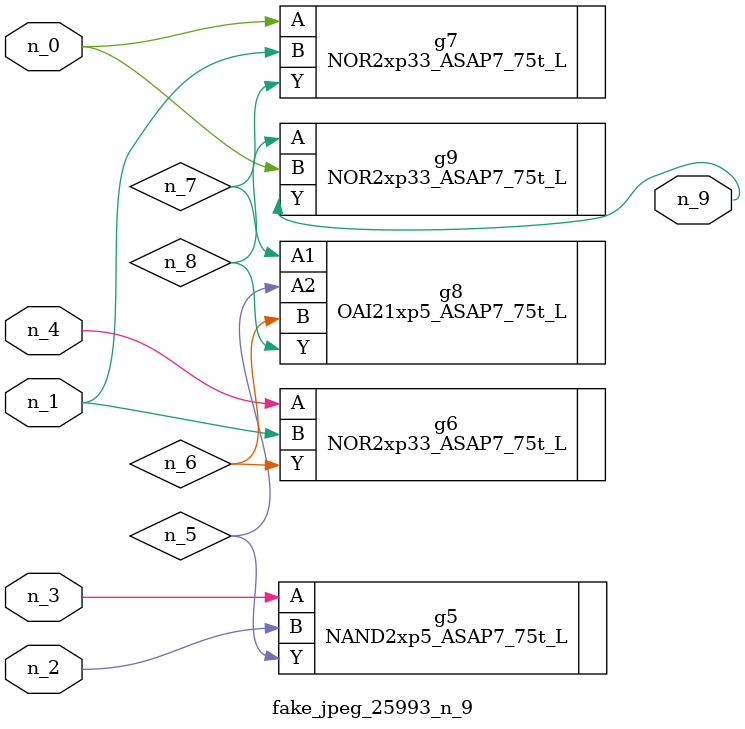
<source format=v>
module fake_jpeg_25993_n_9 (n_3, n_2, n_1, n_0, n_4, n_9);

input n_3;
input n_2;
input n_1;
input n_0;
input n_4;

output n_9;

wire n_8;
wire n_6;
wire n_5;
wire n_7;

NAND2xp5_ASAP7_75t_L g5 ( 
.A(n_3),
.B(n_2),
.Y(n_5)
);

NOR2xp33_ASAP7_75t_L g6 ( 
.A(n_4),
.B(n_1),
.Y(n_6)
);

NOR2xp33_ASAP7_75t_L g7 ( 
.A(n_0),
.B(n_1),
.Y(n_7)
);

OAI21xp5_ASAP7_75t_L g8 ( 
.A1(n_7),
.A2(n_5),
.B(n_6),
.Y(n_8)
);

NOR2xp33_ASAP7_75t_L g9 ( 
.A(n_8),
.B(n_0),
.Y(n_9)
);


endmodule
</source>
